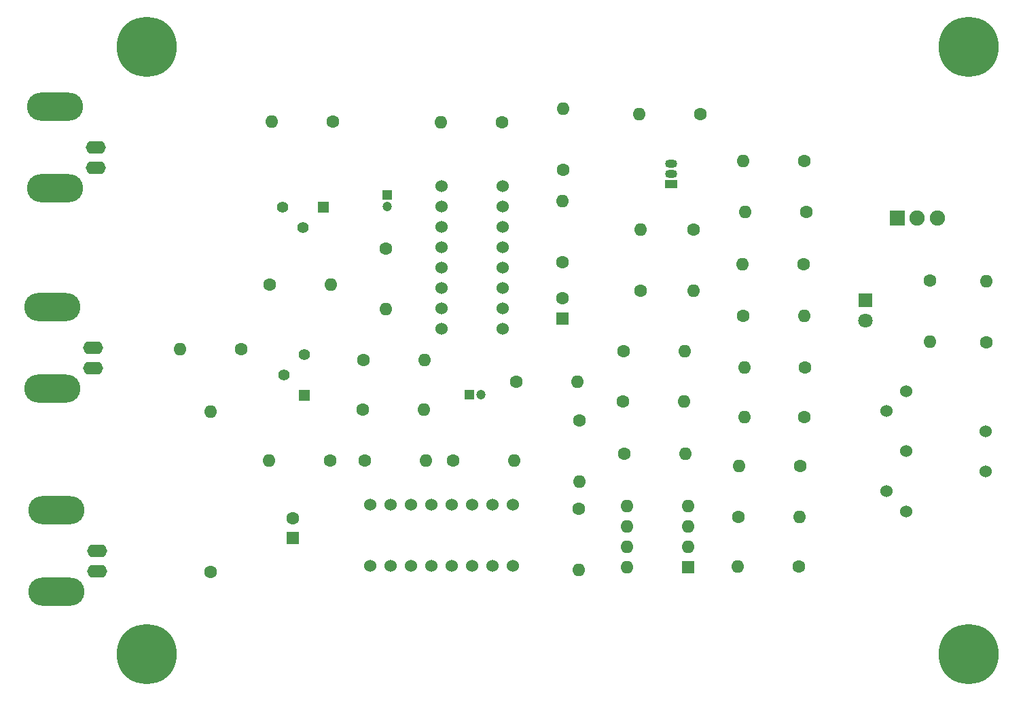
<source format=gbs>
%TF.GenerationSoftware,KiCad,Pcbnew,7.0.11-7.0.11~ubuntu22.04.1*%
%TF.CreationDate,2025-04-10T12:25:00+02:00*%
%TF.ProjectId,emulator-pcb,656d756c-6174-46f7-922d-7063622e6b69,rev?*%
%TF.SameCoordinates,Original*%
%TF.FileFunction,Soldermask,Bot*%
%TF.FilePolarity,Negative*%
%FSLAX46Y46*%
G04 Gerber Fmt 4.6, Leading zero omitted, Abs format (unit mm)*
G04 Created by KiCad (PCBNEW 7.0.11-7.0.11~ubuntu22.04.1) date 2025-04-10 12:25:00*
%MOMM*%
%LPD*%
G01*
G04 APERTURE LIST*
%ADD10C,7.500000*%
%ADD11O,1.600000X1.600000*%
%ADD12C,1.600000*%
%ADD13R,1.400000X1.400000*%
%ADD14C,1.400000*%
%ADD15C,1.524000*%
%ADD16R,1.900000X1.900000*%
%ADD17C,1.900000*%
%ADD18O,2.500000X1.600000*%
%ADD19O,7.000000X3.500000*%
%ADD20R,1.800000X1.800000*%
%ADD21C,1.800000*%
%ADD22R,1.200000X1.200000*%
%ADD23C,1.200000*%
%ADD24R,1.600000X1.600000*%
%ADD25R,1.500000X1.050000*%
%ADD26O,1.500000X1.050000*%
G04 APERTURE END LIST*
D10*
%TO.C,Mount4*%
X98000000Y-144800000D03*
%TD*%
%TO.C,Mount3*%
X200450000Y-144800000D03*
%TD*%
%TO.C,Mount2*%
X200450000Y-69100000D03*
%TD*%
%TO.C,Mount1*%
X98000000Y-69100000D03*
%TD*%
D11*
%TO.C,R17*%
X132750000Y-120700000D03*
D12*
X125130000Y-120700000D03*
%TD*%
%TO.C,R9*%
X151850000Y-126640000D03*
D11*
X151850000Y-134260000D03*
%TD*%
D12*
%TO.C,R22*%
X179250000Y-133900000D03*
D11*
X171630000Y-133900000D03*
%TD*%
D13*
%TO.C,RV1*%
X117600000Y-112490000D03*
D14*
X115060000Y-109950000D03*
X117600000Y-107410000D03*
%TD*%
D15*
%TO.C,U3*%
X142320000Y-86420000D03*
X142320000Y-88960000D03*
X142320000Y-91500000D03*
X142320000Y-94040000D03*
X142320000Y-96580000D03*
X142320000Y-99120000D03*
X142320000Y-101660000D03*
X142320000Y-104200000D03*
X134700000Y-104200000D03*
X134700000Y-101660000D03*
X134700000Y-99120000D03*
X134700000Y-96580000D03*
X134700000Y-94040000D03*
X134700000Y-91500000D03*
X134700000Y-88960000D03*
X134700000Y-86420000D03*
%TD*%
D12*
%TO.C,R20*%
X149850000Y-84410000D03*
D11*
X149850000Y-76790000D03*
%TD*%
D16*
%TO.C,S1*%
X191500000Y-90400000D03*
D17*
X194000000Y-90400000D03*
X196500000Y-90400000D03*
%TD*%
D11*
%TO.C,R12*%
X166100000Y-99460000D03*
D12*
X166100000Y-91840000D03*
%TD*%
D18*
%TO.C,J3*%
X91650000Y-81600000D03*
D19*
X86570000Y-86680000D03*
D18*
X91650000Y-84140000D03*
D19*
X86570000Y-76520000D03*
%TD*%
D11*
%TO.C,C7*%
X172450000Y-115250000D03*
D12*
X179950000Y-115250000D03*
%TD*%
%TO.C,R21*%
X157480000Y-119850000D03*
D11*
X165100000Y-119850000D03*
%TD*%
D12*
%TO.C,R29*%
X179860000Y-96150000D03*
D11*
X172240000Y-96150000D03*
%TD*%
D12*
%TO.C,R7*%
X151900000Y-115690000D03*
D11*
X151900000Y-123310000D03*
%TD*%
D12*
%TO.C,R1*%
X179400000Y-121350000D03*
D11*
X171780000Y-121350000D03*
%TD*%
D12*
%TO.C,C5*%
X127800000Y-94250000D03*
D11*
X127800000Y-101750000D03*
%TD*%
D12*
%TO.C,R10*%
X172340000Y-102650000D03*
D11*
X179960000Y-102650000D03*
%TD*%
D12*
%TO.C,R2*%
X143990000Y-110850000D03*
D11*
X151610000Y-110850000D03*
%TD*%
D12*
%TO.C,R23*%
X167010000Y-77500000D03*
D11*
X159390000Y-77500000D03*
%TD*%
D12*
%TO.C,R5*%
X157340000Y-113300000D03*
D11*
X164960000Y-113300000D03*
%TD*%
D20*
%TO.C,D1*%
X187550000Y-100650000D03*
D21*
X187550000Y-103190000D03*
%TD*%
D12*
%TO.C,R25*%
X159500000Y-99510000D03*
D11*
X159500000Y-91890000D03*
%TD*%
D13*
%TO.C,RV2*%
X120013000Y-89069000D03*
D14*
X117473000Y-91609000D03*
X114933000Y-89069000D03*
%TD*%
D22*
%TO.C,C8*%
X138150000Y-112450000D03*
D23*
X139650000Y-112450000D03*
%TD*%
D12*
%TO.C,C1*%
X105900000Y-134550000D03*
D11*
X105900000Y-114550000D03*
%TD*%
D12*
%TO.C,R8*%
X121150000Y-78400000D03*
D11*
X113530000Y-78400000D03*
%TD*%
%TO.C,R24*%
X172280000Y-83350000D03*
D12*
X179900000Y-83350000D03*
%TD*%
D24*
%TO.C,C2*%
X116150000Y-130350000D03*
D12*
X116150000Y-127850000D03*
%TD*%
D15*
%TO.C,U2*%
X143620000Y-126150000D03*
X141080000Y-126150000D03*
X138540000Y-126150000D03*
X136000000Y-126150000D03*
X133460000Y-126150000D03*
X130920000Y-126150000D03*
X128380000Y-126150000D03*
X125840000Y-126150000D03*
X125840000Y-133770000D03*
X128380000Y-133770000D03*
X130920000Y-133770000D03*
X133460000Y-133770000D03*
X136000000Y-133770000D03*
X138540000Y-133770000D03*
X141080000Y-133770000D03*
X143620000Y-133770000D03*
%TD*%
D12*
%TO.C,R4*%
X109760000Y-106800000D03*
D11*
X102140000Y-106800000D03*
%TD*%
D12*
%TO.C,R27*%
X195600000Y-98190000D03*
D11*
X195600000Y-105810000D03*
%TD*%
D12*
%TO.C,C3*%
X180000000Y-109050000D03*
D11*
X172500000Y-109050000D03*
%TD*%
%TO.C,R26*%
X172540000Y-89700000D03*
D12*
X180160000Y-89700000D03*
%TD*%
D18*
%TO.C,J2*%
X91830000Y-131930000D03*
D19*
X86750000Y-137010000D03*
D18*
X91830000Y-134470000D03*
D19*
X86750000Y-126850000D03*
%TD*%
D11*
%TO.C,R19*%
X149800000Y-88350000D03*
D12*
X149800000Y-95970000D03*
%TD*%
D23*
%TO.C,C4*%
X127950000Y-89027401D03*
D22*
X127950000Y-87527401D03*
%TD*%
D11*
%TO.C,R16*%
X120950000Y-98700000D03*
D12*
X113330000Y-98700000D03*
%TD*%
D18*
%TO.C,J1*%
X91300000Y-106600000D03*
D19*
X86220000Y-111680000D03*
D18*
X91300000Y-109140000D03*
D19*
X86220000Y-101520000D03*
%TD*%
D11*
%TO.C,R13*%
X179310000Y-127650000D03*
D12*
X171690000Y-127650000D03*
%TD*%
%TO.C,R3*%
X124880000Y-114350000D03*
D11*
X132500000Y-114350000D03*
%TD*%
D24*
%TO.C,U1*%
X165450000Y-133950000D03*
D11*
X165450000Y-131410000D03*
X165450000Y-128870000D03*
X165450000Y-126330000D03*
X157830000Y-126330000D03*
X157830000Y-128870000D03*
X157830000Y-131410000D03*
X157830000Y-133950000D03*
%TD*%
D25*
%TO.C,Q1*%
X163300000Y-86240000D03*
D26*
X163300000Y-84970000D03*
X163300000Y-83700000D03*
%TD*%
D12*
%TO.C,R6*%
X142210000Y-78500000D03*
D11*
X134590000Y-78500000D03*
%TD*%
D12*
%TO.C,R15*%
X124940000Y-108100000D03*
D11*
X132560000Y-108100000D03*
%TD*%
%TO.C,R14*%
X165000000Y-107000000D03*
D12*
X157380000Y-107000000D03*
%TD*%
D15*
%TO.C,J4*%
X202550000Y-117000000D03*
X202550000Y-122000000D03*
X192649994Y-111999990D03*
X192649994Y-119500000D03*
X192649994Y-127000010D03*
X190149994Y-114500010D03*
X190149994Y-124499990D03*
%TD*%
D12*
%TO.C,R11*%
X120800000Y-120700000D03*
D11*
X113180000Y-120700000D03*
%TD*%
%TO.C,R28*%
X202600000Y-98290000D03*
D12*
X202600000Y-105910000D03*
%TD*%
%TO.C,R18*%
X136140000Y-120700000D03*
D11*
X143760000Y-120700000D03*
%TD*%
D24*
%TO.C,C6*%
X149800000Y-102960000D03*
D12*
X149800000Y-100460000D03*
%TD*%
M02*

</source>
